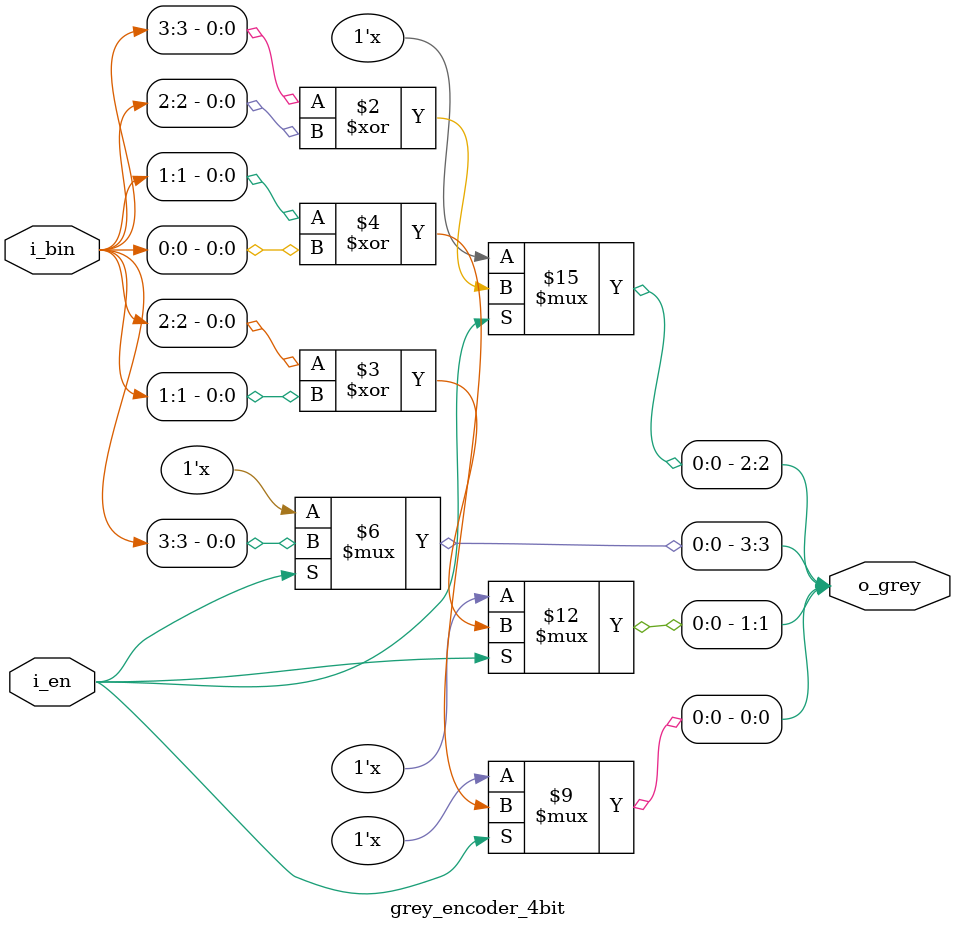
<source format=v>
`timescale 1ns / 1ps

module grey_encoder_4bit(
    input [3:0] i_bin,
    input i_en,
    output reg [3:0] o_grey
    );
    
    always @(*) begin
        if (i_en) begin
            o_grey[3] = i_bin[3];
            o_grey[2] = i_bin[3] ^ i_bin[2];
            o_grey[1] = i_bin[2] ^ i_bin[1];
            o_grey[0] = i_bin[1] ^ i_bin[0];
        end
        else begin
            o_grey = 4'bxxxx;
        end
    end
endmodule

</source>
